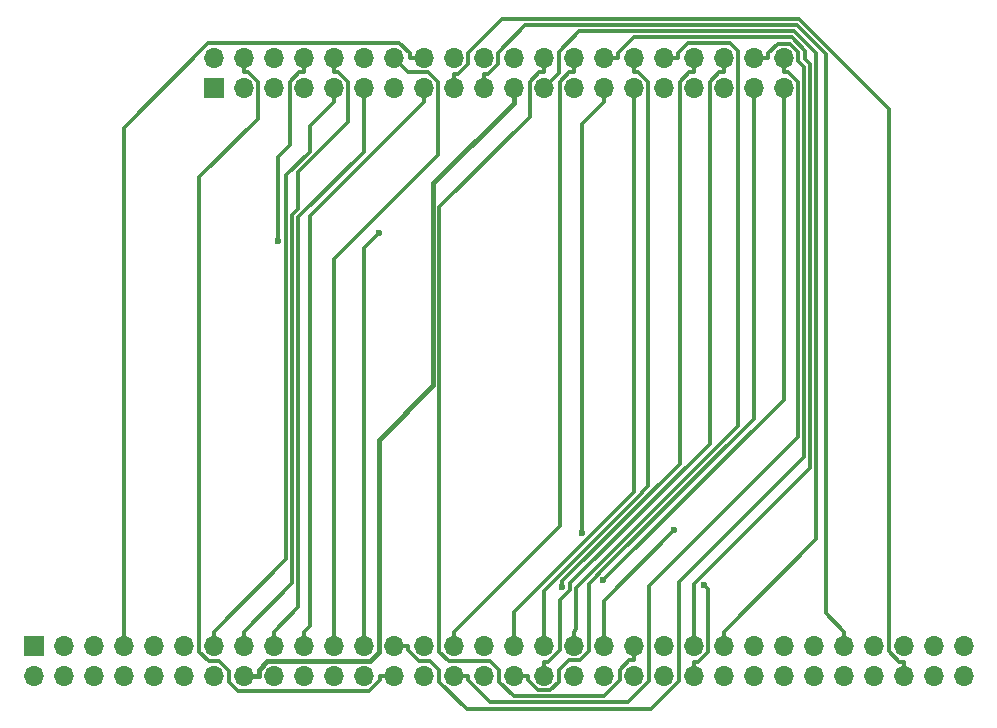
<source format=gbr>
%TF.GenerationSoftware,KiCad,Pcbnew,8.0.5*%
%TF.CreationDate,2024-10-04T15:35:42-04:00*%
%TF.ProjectId,TS 2068 Adapter,54532032-3036-4382-9041-646170746572,rev?*%
%TF.SameCoordinates,Original*%
%TF.FileFunction,Copper,L2,Bot*%
%TF.FilePolarity,Positive*%
%FSLAX46Y46*%
G04 Gerber Fmt 4.6, Leading zero omitted, Abs format (unit mm)*
G04 Created by KiCad (PCBNEW 8.0.5) date 2024-10-04 15:35:42*
%MOMM*%
%LPD*%
G01*
G04 APERTURE LIST*
%TA.AperFunction,ComponentPad*%
%ADD10R,1.700000X1.700000*%
%TD*%
%TA.AperFunction,ComponentPad*%
%ADD11O,1.700000X1.700000*%
%TD*%
%TA.AperFunction,ViaPad*%
%ADD12C,0.600000*%
%TD*%
%TA.AperFunction,Conductor*%
%ADD13C,0.300000*%
%TD*%
%TA.AperFunction,Conductor*%
%ADD14C,0.400000*%
%TD*%
G04 APERTURE END LIST*
D10*
%TO.P,J1,1,Pin_1*%
%TO.N,/Z80_A0*%
X77724000Y-97536000D03*
D11*
%TO.P,J1,2,Pin_2*%
%TO.N,/Z80_A1*%
X77724000Y-94996000D03*
%TO.P,J1,3,Pin_3*%
%TO.N,/Z80_A2*%
X80264000Y-97536000D03*
%TO.P,J1,4,Pin_4*%
%TO.N,/Z80_A3*%
X80264000Y-94996000D03*
%TO.P,J1,5,Pin_5*%
%TO.N,/Z80_A4*%
X82804000Y-97536000D03*
%TO.P,J1,6,Pin_6*%
%TO.N,/Z80_A5*%
X82804000Y-94996000D03*
%TO.P,J1,7,Pin_7*%
%TO.N,/Z80_A6*%
X85344000Y-97536000D03*
%TO.P,J1,8,Pin_8*%
%TO.N,/Z80_A7*%
X85344000Y-94996000D03*
%TO.P,J1,9,Pin_9*%
%TO.N,/Z80_D0*%
X87884000Y-97536000D03*
%TO.P,J1,10,Pin_10*%
%TO.N,/Z80_D1*%
X87884000Y-94996000D03*
%TO.P,J1,11,Pin_11*%
%TO.N,/Z80_D2*%
X90424000Y-97536000D03*
%TO.P,J1,12,Pin_12*%
%TO.N,/Z80_D3*%
X90424000Y-94996000D03*
%TO.P,J1,13,Pin_13*%
%TO.N,/Z80_D4*%
X92964000Y-97536000D03*
%TO.P,J1,14,Pin_14*%
%TO.N,/Z80_D5*%
X92964000Y-94996000D03*
%TO.P,J1,15,Pin_15*%
%TO.N,/Z80_D6*%
X95504000Y-97536000D03*
%TO.P,J1,16,Pin_16*%
%TO.N,/Z80_D7*%
X95504000Y-94996000D03*
%TO.P,J1,17,Pin_17*%
%TO.N,/SPARE1*%
X98044000Y-97536000D03*
%TO.P,J1,18,Pin_18*%
%TO.N,/SPARE2*%
X98044000Y-94996000D03*
%TO.P,J1,19,Pin_19*%
%TO.N,/SPARE3*%
X100584000Y-97536000D03*
%TO.P,J1,20,Pin_20*%
%TO.N,/5V*%
X100584000Y-94996000D03*
%TO.P,J1,21,Pin_21*%
%TO.N,/GND*%
X103124000Y-97536000D03*
%TO.P,J1,22,Pin_22*%
%TO.N,/SPARE4*%
X103124000Y-94996000D03*
%TO.P,J1,23,Pin_23*%
%TO.N,/RESET*%
X105664000Y-97536000D03*
%TO.P,J1,24,Pin_24*%
%TO.N,/BUSACK*%
X105664000Y-94996000D03*
%TO.P,J1,25,Pin_25*%
%TO.N,/ROMCS*%
X108204000Y-97536000D03*
%TO.P,J1,26,Pin_26*%
%TO.N,/NMI*%
X108204000Y-94996000D03*
%TO.P,J1,27,Pin_27*%
%TO.N,/WAIT*%
X110744000Y-97536000D03*
%TO.P,J1,28,Pin_28*%
%TO.N,/BUSRQ*%
X110744000Y-94996000D03*
%TO.P,J1,29,Pin_29*%
%TO.N,/MEMRQ*%
X113284000Y-97536000D03*
%TO.P,J1,30,Pin_30*%
%TO.N,/IORQ*%
X113284000Y-94996000D03*
%TO.P,J1,31,Pin_31*%
%TO.N,/RW*%
X115824000Y-97536000D03*
%TO.P,J1,32,Pin_32*%
%TO.N,/RD*%
X115824000Y-94996000D03*
%TO.P,J1,33,Pin_33*%
%TO.N,/Z80_A8*%
X118364000Y-97536000D03*
%TO.P,J1,34,Pin_34*%
%TO.N,/Z80_A9*%
X118364000Y-94996000D03*
%TO.P,J1,35,Pin_35*%
%TO.N,/Z80_A10*%
X120904000Y-97536000D03*
%TO.P,J1,36,Pin_36*%
%TO.N,/Z80_A11*%
X120904000Y-94996000D03*
%TO.P,J1,37,Pin_37*%
%TO.N,/Z80_A12*%
X123444000Y-97536000D03*
%TO.P,J1,38,Pin_38*%
%TO.N,/Z80_A13*%
X123444000Y-94996000D03*
%TO.P,J1,39,Pin_39*%
%TO.N,/Z80_A14*%
X125984000Y-97536000D03*
%TO.P,J1,40,Pin_40*%
%TO.N,/Z80_A15*%
X125984000Y-94996000D03*
%TD*%
D10*
%TO.P,U1,1,Gnd*%
%TO.N,unconnected-(U1-Gnd-Pad1)*%
X62484000Y-144780000D03*
D11*
%TO.P,U1,2,Gnd*%
%TO.N,unconnected-(U1-Gnd-Pad2)*%
X62484000Y-147320000D03*
%TO.P,U1,3,EAR*%
%TO.N,unconnected-(U1-EAR-Pad3)*%
X65024000Y-144780000D03*
%TO.P,U1,4,SPKR/TAPE*%
%TO.N,unconnected-(U1-SPKR{slash}TAPE-Pad4)*%
X65024000Y-147320000D03*
%TO.P,U1,5,A7RB*%
%TO.N,unconnected-(U1-A7RB-Pad5)*%
X67564000Y-144780000D03*
%TO.P,U1,6,15V*%
%TO.N,unconnected-(U1-15V-Pad6)*%
X67564000Y-147320000D03*
%TO.P,U1,7,D7*%
%TO.N,/Z80_D7*%
X70104000Y-144780000D03*
%TO.P,U1,8,5V*%
%TO.N,/5V*%
X70104000Y-147320000D03*
%TO.P,U1,9,DZIN*%
%TO.N,unconnected-(U1-DZIN-Pad9)*%
X72644000Y-144780000D03*
%TO.P,U1,10*%
%TO.N,N/C*%
X72644000Y-147320000D03*
%TO.P,U1,11*%
X75184000Y-144780000D03*
%TO.P,U1,12*%
X75184000Y-147320000D03*
%TO.P,U1,13,D0*%
%TO.N,/Z80_D0*%
X77724000Y-144780000D03*
%TO.P,U1,14,PWR_GND*%
%TO.N,/GND*%
X77724000Y-147320000D03*
%TO.P,U1,15,D1*%
%TO.N,/Z80_D1*%
X80264000Y-144780000D03*
%TO.P,U1,16,PWR_GND*%
%TO.N,/GND*%
X80264000Y-147320000D03*
%TO.P,U1,17,D2*%
%TO.N,/Z80_D2*%
X82804000Y-144780000D03*
%TO.P,U1,18,CLK*%
%TO.N,unconnected-(U1-CLK-Pad18)*%
X82804000Y-147320000D03*
%TO.P,U1,19,D6*%
%TO.N,/Z80_D6*%
X85344000Y-144780000D03*
%TO.P,U1,20,A0*%
%TO.N,/Z80_A0*%
X85344000Y-147320000D03*
%TO.P,U1,21,D5*%
%TO.N,/Z80_D5*%
X87884000Y-144780000D03*
%TO.P,U1,22,A1*%
%TO.N,/Z80_A1*%
X87884000Y-147320000D03*
%TO.P,U1,23,D3*%
%TO.N,/Z80_D3*%
X90424000Y-144780000D03*
%TO.P,U1,24,A2*%
%TO.N,/Z80_A2*%
X90424000Y-147320000D03*
%TO.P,U1,25,A13*%
%TO.N,/Z80_A13*%
X92964000Y-144780000D03*
%TO.P,U1,26,A3*%
%TO.N,/Z80_A3*%
X92964000Y-147320000D03*
%TO.P,U1,27,/INT*%
%TO.N,unconnected-(U1-{slash}INT-Pad27)*%
X95504000Y-144780000D03*
%TO.P,U1,28,A14*%
%TO.N,/Z80_A14*%
X95504000Y-147320000D03*
%TO.P,U1,29,/NMI*%
%TO.N,/NMI*%
X98044000Y-144780000D03*
%TO.P,U1,30,A15*%
%TO.N,/Z80_A15*%
X98044000Y-147320000D03*
%TO.P,U1,31,/HALT*%
%TO.N,unconnected-(U1-{slash}HALT-Pad31)*%
X100584000Y-144780000D03*
%TO.P,U1,32*%
%TO.N,N/C*%
X100584000Y-147320000D03*
%TO.P,U1,33,/MEMRQB*%
%TO.N,/MEMRQ*%
X103124000Y-144780000D03*
%TO.P,U1,34,A12*%
%TO.N,/Z80_A12*%
X103124000Y-147320000D03*
%TO.P,U1,35,/IORQB*%
%TO.N,/IORQ*%
X105664000Y-144780000D03*
%TO.P,U1,36,A11*%
%TO.N,/Z80_A11*%
X105664000Y-147320000D03*
%TO.P,U1,37,RDB*%
%TO.N,/RD*%
X108204000Y-144780000D03*
%TO.P,U1,38,A10*%
%TO.N,/Z80_A10*%
X108204000Y-147320000D03*
%TO.P,U1,39,WRB*%
%TO.N,/RW*%
X110744000Y-144780000D03*
%TO.P,U1,40,A9*%
%TO.N,/Z80_A9*%
X110744000Y-147320000D03*
%TO.P,U1,41,/BUSAK*%
%TO.N,/BUSACK*%
X113284000Y-144780000D03*
%TO.P,U1,42,A8*%
%TO.N,/Z80_A8*%
X113284000Y-147320000D03*
%TO.P,U1,43,/WAIT*%
%TO.N,/WAIT*%
X115824000Y-144780000D03*
%TO.P,U1,44,A7*%
%TO.N,/Z80_A7*%
X115824000Y-147320000D03*
%TO.P,U1,45,/BUSRQ*%
%TO.N,/BUSRQ*%
X118364000Y-144780000D03*
%TO.P,U1,46,A6*%
%TO.N,/Z80_A6*%
X118364000Y-147320000D03*
%TO.P,U1,47,/RESET*%
%TO.N,/RESET*%
X120904000Y-144780000D03*
%TO.P,U1,48,A5*%
%TO.N,/Z80_A5*%
X120904000Y-147320000D03*
%TO.P,U1,49,/M1*%
%TO.N,unconnected-(U1-{slash}M1-Pad49)*%
X123444000Y-144780000D03*
%TO.P,U1,50,A4*%
%TO.N,/Z80_A4*%
X123444000Y-147320000D03*
%TO.P,U1,51,/RFSHB*%
%TO.N,unconnected-(U1-{slash}RFSHB-Pad51)*%
X125984000Y-144780000D03*
%TO.P,U1,52,DZOUT*%
%TO.N,unconnected-(U1-DZOUT-Pad52)*%
X125984000Y-147320000D03*
%TO.P,U1,53,/EXROM*%
%TO.N,/ROMCS*%
X128524000Y-144780000D03*
%TO.P,U1,54,RGB_RD*%
%TO.N,unconnected-(U1-RGB_RD-Pad54)*%
X128524000Y-147320000D03*
%TO.P,U1,55,/ROSCS*%
%TO.N,/SPARE3*%
X131064000Y-144780000D03*
%TO.P,U1,56,RGB_GRN*%
%TO.N,unconnected-(U1-RGB_GRN-Pad56)*%
X131064000Y-147320000D03*
%TO.P,U1,57,/BE*%
%TO.N,/SPARE2*%
X133604000Y-144780000D03*
%TO.P,U1,58,RGB_BLU*%
%TO.N,unconnected-(U1-RGB_BLU-Pad58)*%
X133604000Y-147320000D03*
%TO.P,U1,59,IOA5*%
%TO.N,unconnected-(U1-IOA5-Pad59)*%
X136144000Y-144780000D03*
%TO.P,U1,60,BUSISO*%
%TO.N,/SPARE1*%
X136144000Y-147320000D03*
%TO.P,U1,61,Sound*%
%TO.N,unconnected-(U1-Sound-Pad61)*%
X138684000Y-144780000D03*
%TO.P,U1,62,Video*%
%TO.N,unconnected-(U1-Video-Pad62)*%
X138684000Y-147320000D03*
%TO.P,U1,63,Gnd*%
%TO.N,unconnected-(U1-Gnd-Pad63)*%
X141224000Y-144780000D03*
%TO.P,U1,64,Gnd*%
%TO.N,unconnected-(U1-Gnd-Pad64)*%
X141224000Y-147320000D03*
%TD*%
D12*
%TO.N,/Z80_A9*%
X107239100Y-139758600D03*
%TO.N,/WAIT*%
X108895100Y-135264700D03*
%TO.N,/Z80_D3*%
X91694000Y-109847500D03*
%TO.N,/Z80_A7*%
X83156900Y-110490800D03*
%TO.N,/Z80_A6*%
X119217300Y-139622500D03*
%TO.N,/RW*%
X116674700Y-135012700D03*
%TO.N,/Z80_A14*%
X110711800Y-139221600D03*
%TD*%
D13*
%TO.N,/Z80_A9*%
X117162300Y-97023800D02*
X117162300Y-129346300D01*
X118364000Y-94996000D02*
X118364000Y-96197700D01*
X107239100Y-139269500D02*
X107239100Y-139758600D01*
X117988400Y-96197700D02*
X117162300Y-97023800D01*
X117162300Y-129346300D02*
X107239100Y-139269500D01*
X118364000Y-96197700D02*
X117988400Y-96197700D01*
%TO.N,/IORQ*%
X113284000Y-94996000D02*
X113284000Y-96197700D01*
X113985800Y-131728800D02*
X113985800Y-131813400D01*
X113985800Y-131813400D02*
X105664000Y-140135200D01*
X105664000Y-140135200D02*
X105664000Y-143578300D01*
X105664000Y-144780000D02*
X105664000Y-143578300D01*
X114487400Y-97027600D02*
X114487400Y-131227200D01*
X114487400Y-131227200D02*
X113985800Y-131728800D01*
X113657500Y-96197700D02*
X114487400Y-97027600D01*
X113284000Y-96197700D02*
X113657500Y-96197700D01*
%TO.N,/WAIT*%
X108895100Y-100586600D02*
X108895100Y-135264700D01*
X110744000Y-97536000D02*
X110744000Y-98737700D01*
X110744000Y-98737700D02*
X108895100Y-100586600D01*
%TO.N,/Z80_D3*%
X90424000Y-144780000D02*
X90424000Y-111117500D01*
X90424000Y-111117500D02*
X91694000Y-109847500D01*
%TO.N,/Z80_D0*%
X87884000Y-98737700D02*
X85863200Y-100758500D01*
X77724000Y-144780000D02*
X77724000Y-143578300D01*
X87884000Y-97536000D02*
X87884000Y-98737700D01*
X85863200Y-102944900D02*
X83863800Y-104944300D01*
X85863200Y-100758500D02*
X85863200Y-102944900D01*
X83863800Y-104944300D02*
X83863800Y-137438500D01*
X83863800Y-137438500D02*
X77724000Y-143578300D01*
%TO.N,/Z80_D2*%
X82804000Y-143578300D02*
X84867200Y-141515100D01*
X84867200Y-108504800D02*
X90424000Y-102948000D01*
X90424000Y-97536000D02*
X90424000Y-98737700D01*
X84867200Y-141515100D02*
X84867200Y-108504800D01*
X82804000Y-144780000D02*
X82804000Y-143578300D01*
X90424000Y-102948000D02*
X90424000Y-98737700D01*
%TO.N,/Z80_D6*%
X95504000Y-98737700D02*
X85841900Y-108399800D01*
X85841900Y-108399800D02*
X85841900Y-143080400D01*
X95504000Y-97536000D02*
X95504000Y-98737700D01*
X85344000Y-144780000D02*
X85344000Y-143578300D01*
X85841900Y-143080400D02*
X85344000Y-143578300D01*
%TO.N,/Z80_A13*%
X94165700Y-145153500D02*
X95062200Y-146050000D01*
X117100000Y-139399200D02*
X127722500Y-128776700D01*
X114760900Y-150119900D02*
X117100000Y-147780800D01*
X94165700Y-144780000D02*
X94165700Y-145153500D01*
X123444000Y-94996000D02*
X124645700Y-94996000D01*
X92964000Y-144780000D02*
X94165700Y-144780000D01*
X127722500Y-95740500D02*
X127222300Y-95240300D01*
X125482000Y-93784200D02*
X124645700Y-94620500D01*
X96016100Y-146050000D02*
X96826100Y-146860000D01*
X127722500Y-128776700D02*
X127722500Y-95740500D01*
X127222300Y-94532900D02*
X126473600Y-93784200D01*
X124645700Y-94620500D02*
X124645700Y-94996000D01*
X117100000Y-147780800D02*
X117100000Y-139399200D01*
X96826100Y-147819600D02*
X99126400Y-150119900D01*
X96826100Y-146860000D02*
X96826100Y-147819600D01*
X127222300Y-95240300D02*
X127222300Y-94532900D01*
X126473600Y-93784200D02*
X125482000Y-93784200D01*
X99126400Y-150119900D02*
X114760900Y-150119900D01*
X95062200Y-146050000D02*
X96016100Y-146050000D01*
%TO.N,/Z80_A7*%
X85344000Y-94996000D02*
X85344000Y-96197700D01*
X84142300Y-97023800D02*
X84142300Y-102391000D01*
X85344000Y-96197700D02*
X84968400Y-96197700D01*
X84968400Y-96197700D02*
X84142300Y-97023800D01*
X84142300Y-102391000D02*
X83156900Y-103376400D01*
X83156900Y-103376400D02*
X83156900Y-110490800D01*
%TO.N,/BUSACK*%
X112082300Y-147700600D02*
X110754300Y-149028600D01*
X101121200Y-146050000D02*
X97612300Y-146050000D01*
X112082300Y-146807800D02*
X112082300Y-147700600D01*
X105288400Y-96197700D02*
X105664000Y-96197700D01*
X96830400Y-145268100D02*
X96830400Y-107599600D01*
X110754300Y-149028600D02*
X103101800Y-149028600D01*
X112908400Y-145981700D02*
X112082300Y-146807800D01*
X104462300Y-97023800D02*
X105288400Y-96197700D01*
X97612300Y-146050000D02*
X96830400Y-145268100D01*
X113284000Y-145981700D02*
X112908400Y-145981700D01*
X103101800Y-149028600D02*
X101909300Y-147836100D01*
X113284000Y-144780000D02*
X113284000Y-145981700D01*
X101909300Y-146838100D02*
X101121200Y-146050000D01*
X104462300Y-99967700D02*
X104462300Y-97023800D01*
X105664000Y-94996000D02*
X105664000Y-96197700D01*
X101909300Y-147836100D02*
X101909300Y-146838100D01*
X96830400Y-107599600D02*
X104462300Y-99967700D01*
%TO.N,/RD*%
X122105800Y-126196700D02*
X108392500Y-139910000D01*
X108392500Y-143389800D02*
X108204000Y-143578300D01*
X115824000Y-94996000D02*
X117025700Y-94996000D01*
X108204000Y-144780000D02*
X108204000Y-143578300D01*
X117025700Y-94996000D02*
X117025700Y-94622500D01*
X108392500Y-139910000D02*
X108392500Y-143389800D01*
X117025700Y-94622500D02*
X117874200Y-93774000D01*
X121428600Y-93774000D02*
X122105800Y-94451200D01*
X117874200Y-93774000D02*
X121428600Y-93774000D01*
X122105800Y-94451200D02*
X122105800Y-126196700D01*
%TO.N,/SPARE3*%
X100584000Y-96334300D02*
X100959600Y-96334300D01*
X131064000Y-144780000D02*
X131064000Y-143578300D01*
X127076400Y-92237600D02*
X129522100Y-94683300D01*
X101785700Y-95508200D02*
X101785700Y-94558800D01*
X100959600Y-96334300D02*
X101785700Y-95508200D01*
X101785700Y-94558800D02*
X104106900Y-92237600D01*
X100584000Y-97536000D02*
X100584000Y-96334300D01*
X104106900Y-92237600D02*
X127076400Y-92237600D01*
X129522100Y-142036400D02*
X131064000Y-143578300D01*
X129522100Y-94683300D02*
X129522100Y-142036400D01*
%TO.N,/Z80_A6*%
X119581900Y-139987100D02*
X119581900Y-145273900D01*
X118737500Y-146118300D02*
X118364000Y-146118300D01*
X119217300Y-139622500D02*
X119581900Y-139987100D01*
X119581900Y-145273900D02*
X118737500Y-146118300D01*
X118364000Y-147320000D02*
X118364000Y-146118300D01*
D14*
%TO.N,/GND*%
X81515700Y-146801300D02*
X81515700Y-147320000D01*
X96278700Y-105633000D02*
X96278700Y-122732800D01*
X103124000Y-98787700D02*
X96278700Y-105633000D01*
X91694000Y-145312700D02*
X90956700Y-146050000D01*
X80264000Y-147320000D02*
X81515700Y-147320000D01*
X82267000Y-146050000D02*
X81515700Y-146801300D01*
X96278700Y-122732800D02*
X91694000Y-127317500D01*
X91694000Y-127317500D02*
X91694000Y-145312700D01*
X103124000Y-97536000D02*
X103124000Y-98787700D01*
X90956700Y-146050000D02*
X82267000Y-146050000D01*
D13*
%TO.N,/MEMRQ*%
X103124000Y-144780000D02*
X103124000Y-143578300D01*
X113284000Y-131797500D02*
X103124000Y-141957500D01*
X113284000Y-98737700D02*
X113284000Y-131797500D01*
X113284000Y-97536000D02*
X113284000Y-98737700D01*
X103124000Y-141957500D02*
X103124000Y-143578300D01*
%TO.N,/RESET*%
X128727400Y-135754900D02*
X120904000Y-143578300D01*
X120904000Y-144780000D02*
X120904000Y-143578300D01*
X105664000Y-97536000D02*
X106934000Y-96266000D01*
X126849200Y-92741000D02*
X128727400Y-94619200D01*
X108683500Y-92741000D02*
X126849200Y-92741000D01*
X128727400Y-94619200D02*
X128727400Y-135754900D01*
X106934000Y-94490500D02*
X108683500Y-92741000D01*
X106934000Y-96266000D02*
X106934000Y-94490500D01*
%TO.N,/Z80_D1*%
X88259500Y-96197700D02*
X87884000Y-96197700D01*
X84365500Y-108297100D02*
X84865700Y-107796900D01*
X84865700Y-104651800D02*
X89090200Y-100427300D01*
X80264000Y-143578300D02*
X84365500Y-139476800D01*
X80264000Y-144780000D02*
X80264000Y-143578300D01*
X89090200Y-97028400D02*
X88259500Y-96197700D01*
X84865700Y-107796900D02*
X84865700Y-104651800D01*
X89090200Y-100427300D02*
X89090200Y-97028400D01*
X84365500Y-139476800D02*
X84365500Y-108297100D01*
X87884000Y-94996000D02*
X87884000Y-96197700D01*
%TO.N,/Z80_A12*%
X123444000Y-125582300D02*
X110456400Y-138569900D01*
X106934000Y-147819000D02*
X106227400Y-148525600D01*
X109474000Y-145222700D02*
X108715000Y-145981700D01*
X103124000Y-147320000D02*
X104325700Y-147320000D01*
X108715000Y-145981700D02*
X107760200Y-145981700D01*
X110060100Y-138951800D02*
X110060100Y-138966200D01*
X106934000Y-146807900D02*
X106934000Y-147819000D01*
X107760200Y-145981700D02*
X106934000Y-146807900D01*
X110442000Y-138569900D02*
X110060100Y-138951800D01*
X104325700Y-147693500D02*
X104325700Y-147320000D01*
X110060100Y-138966200D02*
X109474000Y-139552300D01*
X109474000Y-139552300D02*
X109474000Y-145222700D01*
X106227400Y-148525600D02*
X105157800Y-148525600D01*
X110456400Y-138569900D02*
X110442000Y-138569900D01*
X123444000Y-97536000D02*
X123444000Y-98737700D01*
X105157800Y-148525600D02*
X104325700Y-147693500D01*
X123444000Y-98737700D02*
X123444000Y-125582300D01*
%TO.N,/BUSRQ*%
X128225700Y-129692300D02*
X128225700Y-95534200D01*
X118364000Y-139554000D02*
X128225700Y-129692300D01*
X118364000Y-143578300D02*
X118364000Y-139554000D01*
X127808000Y-94409200D02*
X126655700Y-93256900D01*
X113309300Y-93256900D02*
X111945700Y-94620500D01*
X128225700Y-95534200D02*
X127808000Y-95116500D01*
X111945700Y-94620500D02*
X111945700Y-94996000D01*
X127808000Y-95116500D02*
X127808000Y-94409200D01*
X110744000Y-94996000D02*
X111945700Y-94996000D01*
X126655700Y-93256900D02*
X113309300Y-93256900D01*
X118364000Y-144780000D02*
X118364000Y-143578300D01*
%TO.N,/Z80_D7*%
X94302300Y-94620500D02*
X93428500Y-93746700D01*
X70104000Y-100907800D02*
X70104000Y-144780000D01*
X94302300Y-94996000D02*
X94302300Y-94620500D01*
X77265100Y-93746700D02*
X70104000Y-100907800D01*
X95504000Y-94996000D02*
X94302300Y-94996000D01*
X93428500Y-93746700D02*
X77265100Y-93746700D01*
%TO.N,/RW*%
X116674700Y-135012700D02*
X110744000Y-140943400D01*
X110744000Y-140943400D02*
X110744000Y-144780000D01*
%TO.N,/Z80_A3*%
X79734100Y-148581000D02*
X78994000Y-147840900D01*
X91762300Y-147320000D02*
X91762300Y-147695500D01*
X78167300Y-146050000D02*
X77280600Y-146050000D01*
X80637500Y-96197700D02*
X80264000Y-96197700D01*
X76505700Y-145275100D02*
X76505700Y-105115500D01*
X91762300Y-147695500D02*
X90876800Y-148581000D01*
X81478000Y-97038200D02*
X80637500Y-96197700D01*
X92964000Y-147320000D02*
X91762300Y-147320000D01*
X78994000Y-147840900D02*
X78994000Y-146876700D01*
X81478000Y-100143200D02*
X81478000Y-97038200D01*
X90876800Y-148581000D02*
X79734100Y-148581000D01*
X76505700Y-105115500D02*
X81478000Y-100143200D01*
X80264000Y-94996000D02*
X80264000Y-96197700D01*
X77280600Y-146050000D02*
X76505700Y-145275100D01*
X78994000Y-146876700D02*
X78167300Y-146050000D01*
%TO.N,/Z80_D5*%
X96722300Y-97041000D02*
X95879000Y-96197700D01*
X94165700Y-96197700D02*
X92964000Y-94996000D01*
X87884000Y-144780000D02*
X87884000Y-143578300D01*
X96722300Y-103193000D02*
X96722300Y-97041000D01*
X95879000Y-96197700D02*
X94165700Y-96197700D01*
X87884000Y-143578300D02*
X87884000Y-112031300D01*
X87884000Y-112031300D02*
X96722300Y-103193000D01*
%TO.N,/Z80_A14*%
X125984000Y-98737700D02*
X125984000Y-123949400D01*
X125984000Y-123949400D02*
X110711800Y-139221600D01*
X125984000Y-97536000D02*
X125984000Y-98737700D01*
%TO.N,/Z80_A15*%
X98044000Y-147320000D02*
X99245700Y-147320000D01*
X127203300Y-97041500D02*
X126359500Y-96197700D01*
X99245700Y-147693500D02*
X101126400Y-149574200D01*
X99245700Y-147320000D02*
X99245700Y-147693500D01*
X126359500Y-96197700D02*
X125984000Y-96197700D01*
X114554000Y-147771100D02*
X114554000Y-139754900D01*
X112750900Y-149574200D02*
X114554000Y-147771100D01*
X114554000Y-139754900D02*
X127203300Y-127105600D01*
X101126400Y-149574200D02*
X112750900Y-149574200D01*
X125984000Y-94996000D02*
X125984000Y-96197700D01*
X127203300Y-127105600D02*
X127203300Y-97041500D01*
%TO.N,/Z80_A11*%
X119702300Y-127673800D02*
X119702300Y-97023800D01*
X119702300Y-97023800D02*
X120528400Y-96197700D01*
X105664000Y-147320000D02*
X105664000Y-146118300D01*
X106997800Y-140921500D02*
X107890800Y-140028500D01*
X107890800Y-140028500D02*
X107890800Y-139485300D01*
X120528400Y-96197700D02*
X120904000Y-96197700D01*
X106997800Y-145158000D02*
X106997800Y-140921500D01*
X107890800Y-139485300D02*
X119702300Y-127673800D01*
X120904000Y-94996000D02*
X120904000Y-96197700D01*
X105664000Y-146118300D02*
X106037500Y-146118300D01*
X106037500Y-146118300D02*
X106997800Y-145158000D01*
%TO.N,/SPARE1*%
X102128400Y-91712000D02*
X127260200Y-91712000D01*
X127260200Y-91712000D02*
X134874000Y-99325800D01*
X98044000Y-96334300D02*
X98419600Y-96334300D01*
X98044000Y-97536000D02*
X98044000Y-96334300D01*
X98419600Y-96334300D02*
X99245700Y-95508200D01*
X135770500Y-146118300D02*
X136144000Y-146118300D01*
X134874000Y-99325800D02*
X134874000Y-145221800D01*
X134874000Y-145221800D02*
X135770500Y-146118300D01*
X99245700Y-94594700D02*
X102128400Y-91712000D01*
X99245700Y-95508200D02*
X99245700Y-94594700D01*
X136144000Y-147320000D02*
X136144000Y-146118300D01*
%TO.N,/NMI*%
X107828500Y-96197700D02*
X108204000Y-96197700D01*
X106995600Y-97030600D02*
X107828500Y-96197700D01*
X108204000Y-94996000D02*
X108204000Y-96197700D01*
X106995600Y-134626700D02*
X106995600Y-97030600D01*
X98044000Y-144780000D02*
X98044000Y-143578300D01*
X98044000Y-143578300D02*
X106995600Y-134626700D01*
%TD*%
M02*

</source>
